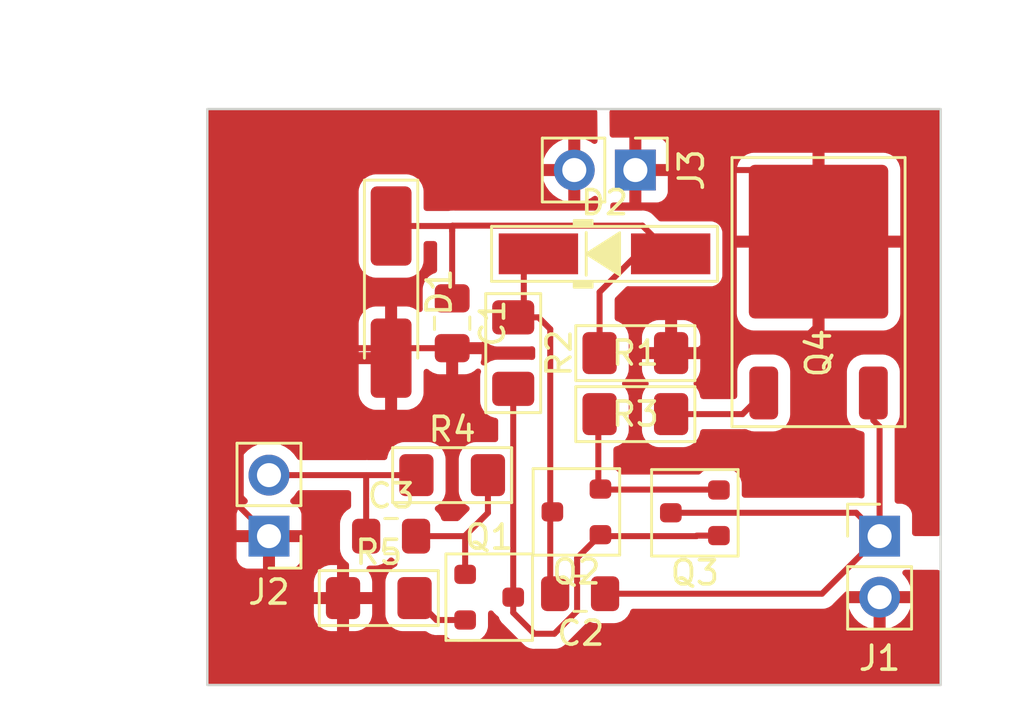
<source format=kicad_pcb>
(kicad_pcb (version 20221018) (generator pcbnew)
  (layers (0 "F.Cu" signal) (31 "B.Cu" signal) (34 "B.Paste" user) (35 "F.Paste" user) (36 "B.SilkS" user "B.Silkscreen") (37 "F.SilkS" user "F.Silkscreen") (38 "B.Mask" user) (39 "F.Mask" user) (44 "Edge.Cuts" user))
  (net 0 "")
  (net 1 "Net-(D1-K)")
  (net 2 "GND")
  (net 3 "Net-(D2-K)")
  (net 4 "Net-(Q3-C)")
  (net 5 "Net-(C3-Pad1)")
  (net 6 "Net-(Q1-B)")
  (net 7 "+24V")
  (net 8 "Net-(Q1-C)")
  (net 9 "Net-(Q4-G)")
  (net 10 "Net-(Q2-E)")
  (net 11 "Net-(Q1-E)")
  (footprint "Connector_PinHeader_2.54mm:PinHeader_1x02_P2.54mm_Vertical" (layer "F.Cu") (at 147.32 96.52 180)
    (fp_text reference "J2" (at 0 -2.33) (layer "F.SilkS"))
    (fp_text value "Controller-IO")
    (fp_line (start -1.33 -1.33) (end 0 -1.33) (stroke (width 0.12)) (layer "F.SilkS"))
    (fp_line (start -1.33 0) (end -1.33 -1.33) (stroke (width 0.12)) (layer "F.SilkS"))
    (fp_line (start -1.33 1.27) (end -1.33 3.87) (stroke (width 0.12)) (layer "F.SilkS"))
    (fp_line (start -1.33 1.27) (end 1.33 1.27) (stroke (width 0.12)) (layer "F.SilkS"))
    (fp_line (start -1.33 3.87) (end 1.33 3.87) (stroke (width 0.12)) (layer "F.SilkS"))
    (fp_line (start 1.33 1.27) (end 1.33 3.87) (stroke (width 0.12)) (layer "F.SilkS"))
    (pad "1" thru_hole rect (at 0 0 180) (size 1.7 1.7) (drill 1) (layers "*.Cu" "*.Mask") (net 2 "GND"))
    (pad "2" thru_hole oval (at 0 2.54 180) (size 1.7 1.7) (drill 1) (layers "*.Cu" "*.Mask") (net 5 "Net-(C3-Pad1)"))
  )
  (footprint "PCM_Resistor_SMD_AKL:R_1206_3216Metric_Pad1.42x1.75mm_HandSolder" (layer "F.Cu") (at 162.56 91.44)
    (fp_text reference "R3" (at 0 0) (layer "F.SilkS"))
    (fp_text value "10R")
    (fp_line (start -2.4765 -1.143) (end -2.4765 1.143) (stroke (width 0.12)) (layer "F.SilkS"))
    (fp_line (start -2.4765 1.143) (end 2.4765 1.143) (stroke (width 0.12)) (layer "F.SilkS"))
    (fp_line (start 2.4765 -1.143) (end -2.4765 -1.143) (stroke (width 0.12)) (layer "F.SilkS"))
    (fp_line (start 2.4765 1.143) (end 2.4765 -1.143) (stroke (width 0.12)) (layer "F.SilkS"))
    (pad "1" smd roundrect (at -1.4875 0) (size 1.425 1.75) (layers "F.Cu" "F.Paste" "F.Mask") (roundrect_rratio 0.175439) (net 10 "Net-(Q2-E)"))
    (pad "2" smd roundrect (at 1.4875 0) (size 1.425 1.75) (layers "F.Cu" "F.Paste" "F.Mask") (roundrect_rratio 0.175439) (net 9 "Net-(Q4-G)"))
  )
  (footprint "Connector_PinHeader_2.54mm:PinHeader_1x02_P2.54mm_Vertical" (layer "F.Cu") (at 172.72 96.52)
    (fp_text reference "J1" (at 0 5.08) (layer "F.SilkS"))
    (fp_text value "Last")
    (fp_line (start -1.33 -1.33) (end 0 -1.33) (stroke (width 0.12)) (layer "F.SilkS"))
    (fp_line (start -1.33 0) (end -1.33 -1.33) (stroke (width 0.12)) (layer "F.SilkS"))
    (fp_line (start -1.33 1.27) (end -1.33 3.87) (stroke (width 0.12)) (layer "F.SilkS"))
    (fp_line (start -1.33 1.27) (end 1.33 1.27) (stroke (width 0.12)) (layer "F.SilkS"))
    (fp_line (start -1.33 3.87) (end 1.33 3.87) (stroke (width 0.12)) (layer "F.SilkS"))
    (fp_line (start 1.33 1.27) (end 1.33 3.87) (stroke (width 0.12)) (layer "F.SilkS"))
    (pad "1" thru_hole rect (at 0 0) (size 1.7 1.7) (drill 1) (layers "*.Cu" "*.Mask") (net 4 "Net-(Q3-C)"))
    (pad "2" thru_hole oval (at 0 2.54) (size 1.7 1.7) (drill 1) (layers "*.Cu" "*.Mask") (net 2 "GND"))
  )
  (footprint "Capacitor_SMD:C_0805_2012Metric_Pad1.18x1.45mm_HandSolder" (layer "F.Cu") (at 160.262258 98.915805)
    (fp_text reference "C2" (at 0.027558 1.642143) (layer "F.SilkS"))
    (fp_text value "100n")
    (fp_line (start -0.261252 -0.735) (end 0.261252 -0.735) (stroke (width 0.12)) (layer "F.SilkS"))
    (fp_line (start -0.261252 0.735) (end 0.261252 0.735) (stroke (width 0.12)) (layer "F.SilkS"))
    (pad "1" smd roundrect (at -1.0375 0) (size 1.175 1.45) (layers "F.Cu" "F.Paste" "F.Mask") (roundrect_rratio 0.212766) (net 3 "Net-(D2-K)"))
    (pad "2" smd roundrect (at 1.0375 0) (size 1.175 1.45) (layers "F.Cu" "F.Paste" "F.Mask") (roundrect_rratio 0.212766) (net 4 "Net-(Q3-C)"))
  )
  (footprint "Diode_SMD:D_MiniMELF_Handsoldering" (layer "F.Cu") (at 152.4 86.36 -90)
    (fp_text reference "D1" (at 0 -2 90) (layer "F.SilkS"))
    (fp_text value "12V")
    (fp_line (start -4.66 -1.11) (end -4.66 1.11) (stroke (width 0.12)) (layer "F.SilkS"))
    (fp_line (start -4.66 1.11) (end 2.75 1.11) (stroke (width 0.12)) (layer "F.SilkS"))
    (fp_line (start 2.75 -1.11) (end -4.66 -1.11) (stroke (width 0.12)) (layer "F.SilkS"))
    (pad "1" smd roundrect (at -2.75 0 270) (size 3.3 1.7) (layers "F.Cu" "F.Paste" "F.Mask") (roundrect_rratio 0.1470588235) (net 1 "Net-(D1-K)"))
    (pad "2" smd roundrect (at 2.75 0 270) (size 3.3 1.7) (layers "F.Cu" "F.Paste" "F.Mask") (roundrect_rratio 0.1470588235) (net 2 "GND"))
  )
  (footprint "PCM_Package_TO_SOT_SMD_AKL:SOT-23" (layer "F.Cu") (at 156.48 99.06)
    (fp_text reference "Q1" (at 0 -2.5) (layer "F.SilkS"))
    (fp_text value "BC846" hide)
    (fp_line (start -1.8 -1.8) (end -1.8 1.8) (stroke (width 0.12)) (layer "F.SilkS"))
    (fp_line (start -1.8 1.8) (end 1.8 1.8) (stroke (width 0.12)) (layer "F.SilkS"))
    (fp_line (start 1.8 -1.8) (end -1.8 -1.8) (stroke (width 0.12)) (layer "F.SilkS"))
    (fp_line (start 1.8 1.8) (end 1.8 -1.8) (stroke (width 0.12)) (layer "F.SilkS"))
    (pad "1" smd roundrect (at -1 -0.95) (size 0.9 0.8) (layers "F.Cu" "F.Paste" "F.Mask") (net 6 "Net-(Q1-B)"))
    (pad "2" smd roundrect (at -1 0.95) (size 0.9 0.8) (layers "F.Cu" "F.Paste" "F.Mask") (net 11 "Net-(Q1-E)"))
    (pad "3" smd roundrect (at 1 0) (size 0.9 0.8) (layers "F.Cu" "F.Paste" "F.Mask") (net 8 "Net-(Q1-C)"))
  )
  (footprint "PCM_Diode_SMD_AKL:D_MiniMELF_Handsoldering" (layer "F.Cu") (at 161.278191 84.76901)
    (fp_text reference "D2" (at 0 -2.131) (layer "F.SilkS"))
    (fp_text value "LL4148")
    (fp_line (start -4.699 -1.143) (end -4.699 1.143) (stroke (width 0.12)) (layer "F.SilkS"))
    (fp_line (start -4.699 1.143) (end 4.699 1.143) (stroke (width 0.12)) (layer "F.SilkS"))
    (fp_line (start -0.762 -0.889) (end -0.762 0.889) (stroke (width 0.12)) (layer "F.SilkS"))
    (fp_line (start 4.699 -1.143) (end -4.699 -1.143) (stroke (width 0.12)) (layer "F.SilkS"))
    (fp_line (start 4.699 1.143) (end 4.699 -1.143) (stroke (width 0.12)) (layer "F.SilkS"))
    (fp_poly (pts (xy 0.635 0.889) (xy -0.762 0) (xy 0.635 -0.889)) (stroke (width 0.1)) (fill solid) (layer "F.SilkS"))
    (fp_poly (pts (xy -0.508 -1.143) (xy -1.27 -1.143) (xy -1.27 -1.397) (xy -0.508 -1.397)) (stroke (width 0.1)) (fill solid) (layer "F.SilkS"))
    (fp_poly (pts (xy -0.508 1.397) (xy -1.27 1.397) (xy -1.27 1.143) (xy -0.508 1.143)) (stroke (width 0.1)) (fill solid) (layer "F.SilkS"))
    (pad "1" smd rect (at -2.75 0) (size 3.3 1.7) (layers "F.Cu" "F.Paste" "F.Mask") (net 3 "Net-(D2-K)"))
    (pad "2" smd rect (at 2.75 0) (size 3.3 1.7) (layers "F.Cu" "F.Paste" "F.Mask") (net 1 "Net-(D1-K)"))
  )
  (footprint "PCM_Package_TO_SOT_SMD_AKL:SOT-23" (layer "F.Cu") (at 165.035587 95.547371 180)
    (fp_text reference "Q3" (at 0 -2.5) (layer "F.SilkS"))
    (fp_text value "BC856" hide)
    (fp_line (start -1.8 -1.8) (end -1.8 1.8) (stroke (width 0.12)) (layer "F.SilkS"))
    (fp_line (start -1.8 1.8) (end 1.8 1.8) (stroke (width 0.12)) (layer "F.SilkS"))
    (fp_line (start 1.8 -1.8) (end -1.8 -1.8) (stroke (width 0.12)) (layer "F.SilkS"))
    (fp_line (start 1.8 1.8) (end 1.8 -1.8) (stroke (width 0.12)) (layer "F.SilkS"))
    (pad "1" smd roundrect (at -1 -0.95 180) (size 0.9 0.8) (layers "F.Cu" "F.Paste" "F.Mask") (net 8 "Net-(Q1-C)"))
    (pad "2" smd roundrect (at -1 0.95 180) (size 0.9 0.8) (layers "F.Cu" "F.Paste" "F.Mask") (net 10 "Net-(Q2-E)"))
    (pad "3" smd roundrect (at 1 0 180) (size 0.9 0.8) (layers "F.Cu" "F.Paste" "F.Mask") (net 4 "Net-(Q3-C)"))
  )
  (footprint "Capacitor_SMD:C_0805_2012Metric_Pad1.18x1.45mm_HandSolder" (layer "F.Cu") (at 152.4 96.52)
    (fp_text reference "C3" (at 0 -1.68) (layer "F.SilkS"))
    (fp_text value "220p")
    (fp_line (start -0.261252 -0.735) (end 0.261252 -0.735) (stroke (width 0.12)) (layer "F.SilkS"))
    (fp_line (start -0.261252 0.735) (end 0.261252 0.735) (stroke (width 0.12)) (layer "F.SilkS"))
    (pad "1" smd roundrect (at -1.0375 0) (size 1.175 1.45) (layers "F.Cu" "F.Paste" "F.Mask") (roundrect_rratio 0.212766) (net 5 "Net-(C3-Pad1)"))
    (pad "2" smd roundrect (at 1.0375 0) (size 1.175 1.45) (layers "F.Cu" "F.Paste" "F.Mask") (roundrect_rratio 0.212766) (net 6 "Net-(Q1-B)"))
  )
  (footprint "PCM_Package_TO_SOT_SMD_AKL:TO-252-2" (layer "F.Cu") (at 170.18 86.36 90)
    (fp_text reference "Q4" (at -2.54 0 90) (layer "F.SilkS"))
    (fp_text value "IRFR120N" hide)
    (fp_line (start -5.6 -3.6) (end -5.6 3.6) (stroke (width 0.12)) (layer "F.SilkS"))
    (fp_line (start -5.6 3.6) (end 5.6 3.6) (stroke (width 0.12)) (layer "F.SilkS"))
    (fp_line (start 5.6 -3.6) (end -5.6 -3.6) (stroke (width 0.12)) (layer "F.SilkS"))
    (fp_line (start 5.6 3.6) (end 5.6 -3.6) (stroke (width 0.12)) (layer "F.SilkS"))
    (pad "1" smd roundrect (at -4.2 -2.28 90) (size 2.2 1.2) (layers "F.Cu" "F.Paste" "F.Mask") (roundrect_rratio 0.2083333333) (net 9 "Net-(Q4-G)"))
    (pad "2" smd roundrect (at 2.1 0 90) (size 6.4 5.8) (layers "F.Cu" "F.Mask") (roundrect_rratio 0.04310344828) (net 7 "+24V"))
    (pad "3" smd roundrect (at -4.2 2.28 90) (size 2.2 1.2) (layers "F.Cu" "F.Paste" "F.Mask") (roundrect_rratio 0.2083333333) (net 4 "Net-(Q3-C)"))
  )
  (footprint "PCM_Resistor_SMD_AKL:R_1206_3216Metric_Pad1.42x1.75mm_HandSolder" (layer "F.Cu") (at 151.887813 99.097681)
    (fp_text reference "R5" (at 0 -1.905) (layer "F.SilkS"))
    (fp_text value "100R")
    (fp_line (start -2.4765 -1.143) (end -2.4765 1.143) (stroke (width 0.12)) (layer "F.SilkS"))
    (fp_line (start -2.4765 1.143) (end 2.4765 1.143) (stroke (width 0.12)) (layer "F.SilkS"))
    (fp_line (start 2.4765 -1.143) (end -2.4765 -1.143) (stroke (width 0.12)) (layer "F.SilkS"))
    (fp_line (start 2.4765 1.143) (end 2.4765 -1.143) (stroke (width 0.12)) (layer "F.SilkS"))
    (pad "1" smd roundrect (at -1.4875 0) (size 1.425 1.75) (layers "F.Cu" "F.Paste" "F.Mask") (roundrect_rratio 0.175439) (net 2 "GND"))
    (pad "2" smd roundrect (at 1.4875 0) (size 1.425 1.75) (layers "F.Cu" "F.Paste" "F.Mask") (roundrect_rratio 0.175439) (net 11 "Net-(Q1-E)"))
  )
  (footprint "PCM_Package_TO_SOT_SMD_AKL:SOT-23" (layer "F.Cu") (at 160.108271 95.509582 180)
    (fp_text reference "Q2" (at 0 -2.5) (layer "F.SilkS"))
    (fp_text value "BC846" hide)
    (fp_line (start -1.8 -1.8) (end -1.8 1.8) (stroke (width 0.12)) (layer "F.SilkS"))
    (fp_line (start -1.8 1.8) (end 1.8 1.8) (stroke (width 0.12)) (layer "F.SilkS"))
    (fp_line (start 1.8 -1.8) (end -1.8 -1.8) (stroke (width 0.12)) (layer "F.SilkS"))
    (fp_line (start 1.8 1.8) (end 1.8 -1.8) (stroke (width 0.12)) (layer "F.SilkS"))
    (pad "1" smd roundrect (at -1 -0.95 180) (size 0.9 0.8) (layers "F.Cu" "F.Paste" "F.Mask") (net 8 "Net-(Q1-C)"))
    (pad "2" smd roundrect (at -1 0.95 180) (size 0.9 0.8) (layers "F.Cu" "F.Paste" "F.Mask") (net 10 "Net-(Q2-E)"))
    (pad "3" smd roundrect (at 1 0 180) (size 0.9 0.8) (layers "F.Cu" "F.Paste" "F.Mask") (net 3 "Net-(D2-K)"))
  )
  (footprint "PCM_Resistor_SMD_AKL:R_1206_3216Metric_Pad1.42x1.75mm_HandSolder" (layer "F.Cu") (at 162.56 88.9 180)
    (fp_text reference "R1" (at 0 0) (layer "F.SilkS"))
    (fp_text value "2k2")
    (fp_line (start -2.4765 -1.143) (end -2.4765 1.143) (stroke (width 0.12)) (layer "F.SilkS"))
    (fp_line (start -2.4765 1.143) (end 2.4765 1.143) (stroke (width 0.12)) (layer "F.SilkS"))
    (fp_line (start 2.4765 -1.143) (end -2.4765 -1.143) (stroke (width 0.12)) (layer "F.SilkS"))
    (fp_line (start 2.4765 1.143) (end 2.4765 -1.143) (stroke (width 0.12)) (layer "F.SilkS"))
    (pad "1" smd roundrect (at -1.4875 0 180) (size 1.425 1.75) (layers "F.Cu" "F.Paste" "F.Mask") (roundrect_rratio 0.175439) (net 7 "+24V"))
    (pad "2" smd roundrect (at 1.4875 0 180) (size 1.425 1.75) (layers "F.Cu" "F.Paste" "F.Mask") (roundrect_rratio 0.175439) (net 1 "Net-(D1-K)"))
  )
  (footprint "Connector_PinHeader_2.54mm:PinHeader_1x02_P2.54mm_Vertical" (layer "F.Cu") (at 162.56 81.28 -90)
    (fp_text reference "J3" (at 0 -2.33 90) (layer "F.SilkS"))
    (fp_text value "24V Versorgung")
    (fp_line (start -1.33 -1.33) (end 0 -1.33) (stroke (width 0.12)) (layer "F.SilkS"))
    (fp_line (start -1.33 0) (end -1.33 -1.33) (stroke (width 0.12)) (layer "F.SilkS"))
    (fp_line (start -1.33 1.27) (end -1.33 3.87) (stroke (width 0.12)) (layer "F.SilkS"))
    (fp_line (start -1.33 1.27) (end 1.33 1.27) (stroke (width 0.12)) (layer "F.SilkS"))
    (fp_line (start -1.33 3.87) (end 1.33 3.87) (stroke (width 0.12)) (layer "F.SilkS"))
    (fp_line (start 1.33 1.27) (end 1.33 3.87) (stroke (width 0.12)) (layer "F.SilkS"))
    (pad "1" thru_hole rect (at 0 0 270) (size 1.7 1.7) (drill 1) (layers "*.Cu" "*.Mask") (net 7 "+24V"))
    (pad "2" thru_hole oval (at 0 2.54 270) (size 1.7 1.7) (drill 1) (layers "*.Cu" "*.Mask") (net 2 "GND"))
  )
  (footprint "PCM_Resistor_SMD_AKL:R_1206_3216Metric_Pad1.42x1.75mm_HandSolder" (layer "F.Cu") (at 157.48 88.9 -90)
    (fp_text reference "R2" (at 0 -1.905 90) (layer "F.SilkS"))
    (fp_text value "2k2")
    (fp_line (start -2.4765 -1.143) (end -2.4765 1.143) (stroke (width 0.12)) (layer "F.SilkS"))
    (fp_line (start -2.4765 1.143) (end 2.4765 1.143) (stroke (width 0.12)) (layer "F.SilkS"))
    (fp_line (start 2.4765 -1.143) (end -2.4765 -1.143) (stroke (width 0.12)) (layer "F.SilkS"))
    (fp_line (start 2.4765 1.143) (end 2.4765 -1.143) (stroke (width 0.12)) (layer "F.SilkS"))
    (pad "1" smd roundrect (at -1.4875 0 270) (size 1.425 1.75) (layers "F.Cu" "F.Paste" "F.Mask") (roundrect_rratio 0.175439) (net 3 "Net-(D2-K)"))
    (pad "2" smd roundrect (at 1.4875 0 270) (size 1.425 1.75) (layers "F.Cu" "F.Paste" "F.Mask") (roundrect_rratio 0.175439) (net 8 "Net-(Q1-C)"))
  )
  (footprint "PCM_Resistor_SMD_AKL:R_1206_3216Metric_Pad1.42x1.75mm_HandSolder" (layer "F.Cu") (at 154.94 93.98)
    (fp_text reference "R4" (at 0 -1.905) (layer "F.SilkS"))
    (fp_text value "2k2")
    (fp_line (start -2.4765 -1.143) (end -2.4765 1.143) (stroke (width 0.12)) (layer "F.SilkS"))
    (fp_line (start -2.4765 1.143) (end 2.4765 1.143) (stroke (width 0.12)) (layer "F.SilkS"))
    (fp_line (start 2.4765 -1.143) (end -2.4765 -1.143) (stroke (width 0.12)) (layer "F.SilkS"))
    (fp_line (start 2.4765 1.143) (end 2.4765 -1.143) (stroke (width 0.12)) (layer "F.SilkS"))
    (pad "1" smd roundrect (at -1.4875 0) (size 1.425 1.75) (layers "F.Cu" "F.Paste" "F.Mask") (roundrect_rratio 0.175439) (net 5 "Net-(C3-Pad1)"))
    (pad "2" smd roundrect (at 1.4875 0) (size 1.425 1.75) (layers "F.Cu" "F.Paste" "F.Mask") (roundrect_rratio 0.175439) (net 6 "Net-(Q1-B)"))
  )
  (footprint "Capacitor_SMD:C_0805_2012Metric_Pad1.18x1.45mm_HandSolder" (layer "F.Cu") (at 154.94 87.657912 -90)
    (fp_text reference "C1" (at 0 -1.68 90) (layer "F.SilkS"))
    (fp_text value "100n")
    (fp_line (start -0.261252 -0.735) (end 0.261252 -0.735) (stroke (width 0.12)) (layer "F.SilkS"))
    (fp_line (start -0.261252 0.735) (end 0.261252 0.735) (stroke (width 0.12)) (layer "F.SilkS"))
    (pad "1" smd roundrect (at -1.0375 0 270) (size 1.175 1.45) (layers "F.Cu" "F.Paste" "F.Mask") (roundrect_rratio 0.212766) (net 1 "Net-(D1-K)"))
    (pad "2" smd roundrect (at 1.0375 0 270) (size 1.175 1.45) (layers "F.Cu" "F.Paste" "F.Mask") (roundrect_rratio 0.212766) (net 2 "GND"))
  )
  (gr_rect (start 144.755576 78.74) (end 175.26 102.716134) (stroke (width 0.1)) (fill none) (layer "Edge.Cuts"))
  (segment (start 154.94 86.620412) (end 154.94 83.61) (width 0.25) (layer "F.Cu") (net 1))
  (segment (start 154.94 83.61) (end 154.95599 83.59401) (width 0.25) (layer "F.Cu") (net 1))
  (segment (start 154.95599 83.59401) (end 162.853191 83.59401) (width 0.25) (layer "F.Cu") (net 1))
  (segment (start 162.853191 83.59401) (end 164.028191 84.76901) (width 0.25) (layer "F.Cu") (net 1))
  (segment (start 154.94 83.82) (end 154.94 83.61) (width 0.25) (layer "F.Cu") (net 1))
  (segment (start 162.66349 84.76901) (end 161.0725 86.36) (width 0.25) (layer "F.Cu") (net 1))
  (segment (start 164.028191 84.76901) (end 162.66349 84.76901) (width 0.25) (layer "F.Cu") (net 1))
  (segment (start 161.0725 86.36) (end 161.0725 88.9) (width 0.25) (layer "F.Cu") (net 1))
  (segment (start 154.94 83.61) (end 152.4 83.61) (width 0.25) (layer "F.Cu") (net 1))
  (segment (start 147.32 96.52) (end 146.145 95.345) (width 0.25) (layer "F.Cu") (net 2))
  (segment (start 147.693324 101.973324) (end 147.77 102.05) (width 0.25) (layer "F.Cu") (net 2))
  (segment (start 147.32 101.6) (end 147.693324 101.973324) (width 0.25) (layer "F.Cu") (net 2))
  (segment (start 147.32 96.52) (end 147.32 101.6) (width 0.25) (layer "F.Cu") (net 2))
  (segment (start 146.145 84.74995) (end 149.61495 81.28) (width 0.25) (layer "F.Cu") (net 2))
  (segment (start 146.145 88.695412) (end 154.94 88.695412) (width 0.25) (layer "F.Cu") (net 2))
  (segment (start 149.61495 81.28) (end 160.02 81.28) (width 0.25) (layer "F.Cu") (net 2))
  (segment (start 171.856551 102.05) (end 172.72 101.186551) (width 0.25) (layer "F.Cu") (net 2))
  (segment (start 147.77 102.05) (end 171.856551 102.05) (width 0.25) (layer "F.Cu") (net 2))
  (segment (start 150.320549 88.695412) (end 154.94 88.695412) (width 0.25) (layer "F.Cu") (net 2))
  (segment (start 150.400313 101.973324) (end 147.693324 101.973324) (width 0.25) (layer "F.Cu") (net 2))
  (segment (start 172.72 101.186551) (end 172.72 99.06) (width 0.25) (layer "F.Cu") (net 2))
  (segment (start 150.400313 99.097681) (end 150.400313 101.973324) (width 0.25) (layer "F.Cu") (net 2))
  (segment (start 146.145 95.345) (end 146.145 84.74995) (width 0.25) (layer "F.Cu") (net 2))
  (segment (start 157.919828 85.377373) (end 157.919828 86.972672) (width 0.25) (layer "F.Cu") (net 3))
  (segment (start 157.919828 86.972672) (end 157.48 87.4125) (width 0.25) (layer "F.Cu") (net 3))
  (segment (start 159.02 95.421311) (end 159.02 87.9) (width 0.25) (layer "F.Cu") (net 3))
  (segment (start 159.02 95.597853) (end 159.02 98.711047) (width 0.25) (layer "F.Cu") (net 3))
  (segment (start 159.108271 95.509582) (end 159.02 95.597853) (width 0.25) (layer "F.Cu") (net 3))
  (segment (start 158.5325 87.4125) (end 157.48 87.4125) (width 0.25) (layer "F.Cu") (net 3))
  (segment (start 159.108271 95.509582) (end 159.02 95.421311) (width 0.25) (layer "F.Cu") (net 3))
  (segment (start 159.02 87.9) (end 158.5325 87.4125) (width 0.25) (layer "F.Cu") (net 3))
  (segment (start 159.02 98.711047) (end 159.224758 98.915805) (width 0.25) (layer "F.Cu") (net 3))
  (segment (start 158.528191 84.76901) (end 157.919828 85.377373) (width 0.25) (layer "F.Cu") (net 3))
  (segment (start 172.46 90.56) (end 172.46 91.7) (width 0.25) (layer "F.Cu") (net 4))
  (segment (start 170.324195 98.915805) (end 172.72 96.52) (width 0.25) (layer "F.Cu") (net 4))
  (segment (start 164.035587 95.547371) (end 171.747371 95.547371) (width 0.25) (layer "F.Cu") (net 4))
  (segment (start 161.299758 98.915805) (end 170.324195 98.915805) (width 0.25) (layer "F.Cu") (net 4))
  (segment (start 172.46 91.7) (end 172.72 91.96) (width 0.25) (layer "F.Cu") (net 4))
  (segment (start 171.747371 95.547371) (end 172.72 96.52) (width 0.25) (layer "F.Cu") (net 4))
  (segment (start 172.72 91.96) (end 172.72 96.52) (width 0.25) (layer "F.Cu") (net 4))
  (segment (start 151.3625 93.98) (end 147.32 93.98) (width 0.25) (layer "F.Cu") (net 5))
  (segment (start 153.4525 93.98) (end 151.3625 93.98) (width 0.25) (layer "F.Cu") (net 5))
  (segment (start 151.3625 96.52) (end 151.3625 93.98) (width 0.25) (layer "F.Cu") (net 5))
  (segment (start 156.4275 93.98) (end 156.4275 95.55125) (width 0.25) (layer "F.Cu") (net 6))
  (segment (start 155.45875 96.52) (end 153.4375 96.52) (width 0.25) (layer "F.Cu") (net 6))
  (segment (start 155.48 96.54125) (end 155.48 98.11) (width 0.25) (layer "F.Cu") (net 6))
  (segment (start 155.45875 96.52) (end 155.48 96.54125) (width 0.25) (layer "F.Cu") (net 6))
  (segment (start 156.4275 95.55125) (end 155.45875 96.52) (width 0.25) (layer "F.Cu") (net 6))
  (segment (start 170.18 87.697632) (end 170.18 84.26) (width 0.25) (layer "F.Cu") (net 7))
  (segment (start 164.0475 88.9) (end 165.1 88.9) (width 0.25) (layer "F.Cu") (net 7))
  (segment (start 165.1 88.9) (end 165.538006 88.461994) (width 0.25) (layer "F.Cu") (net 7))
  (segment (start 165.538006 88.461994) (end 169.415638 88.461994) (width 0.25) (layer "F.Cu") (net 7))
  (segment (start 168.6 81.28) (end 170.18 82.86) (width 0.25) (layer "F.Cu") (net 7))
  (segment (start 169.415638 88.461994) (end 170.18 87.697632) (width 0.25) (layer "F.Cu") (net 7))
  (segment (start 162.56 81.28) (end 168.6 81.28) (width 0.25) (layer "F.Cu") (net 7))
  (segment (start 170.18 82.86) (end 170.18 84.26) (width 0.25) (layer "F.Cu") (net 7))
  (segment (start 160.137258 99.635905) (end 160.137258 97.430595) (width 0.25) (layer "F.Cu") (net 8))
  (segment (start 165.1 96.52) (end 161.168689 96.52) (width 0.25) (layer "F.Cu") (net 8))
  (segment (start 158.357137 100.582604) (end 159.190559 100.582604) (width 0.25) (layer "F.Cu") (net 8))
  (segment (start 157.48 99.06) (end 157.48 99.705467) (width 0.25) (layer "F.Cu") (net 8))
  (segment (start 165.122629 96.497371) (end 165.1 96.52) (width 0.25) (layer "F.Cu") (net 8))
  (segment (start 157.48 99.705467) (end 158.357137 100.582604) (width 0.25) (layer "F.Cu") (net 8))
  (segment (start 157.48 99.06) (end 157.48 90.3875) (width 0.25) (layer "F.Cu") (net 8))
  (segment (start 159.190559 100.582604) (end 160.137258 99.635905) (width 0.25) (layer "F.Cu") (net 8))
  (segment (start 160.137258 97.430595) (end 161.108271 96.459582) (width 0.25) (layer "F.Cu") (net 8))
  (segment (start 166.035587 96.497371) (end 165.122629 96.497371) (width 0.25) (layer "F.Cu") (net 8))
  (segment (start 161.168689 96.52) (end 161.108271 96.459582) (width 0.25) (layer "F.Cu") (net 8))
  (segment (start 164.0475 91.44) (end 167.02 91.44) (width 0.25) (layer "F.Cu") (net 9))
  (segment (start 167.02 91.44) (end 167.9 90.56) (width 0.25) (layer "F.Cu") (net 9))
  (segment (start 161.129872 94.581183) (end 166.019399 94.581183) (width 0.25) (layer "F.Cu") (net 10))
  (segment (start 161.02 91.4925) (end 161.0725 91.44) (width 0.25) (layer "F.Cu") (net 10))
  (segment (start 166.019399 94.581183) (end 166.035587 94.597371) (width 0.25) (layer "F.Cu") (net 10))
  (segment (start 161.02 94.471311) (end 161.02 91.4925) (width 0.25) (layer "F.Cu") (net 10))
  (segment (start 161.108271 94.559582) (end 161.129872 94.581183) (width 0.25) (layer "F.Cu") (net 10))
  (segment (start 161.108271 94.559582) (end 161.02 94.471311) (width 0.25) (layer "F.Cu") (net 10))
  (segment (start 154.287632 100.01) (end 155.48 100.01) (width 0.25) (layer "F.Cu") (net 11))
  (segment (start 153.375313 99.097681) (end 154.287632 100.01) (width 0.25) (layer "F.Cu") (net 11))
  (zone (net 7) (net_name "+24V") (layer "F.Cu") (connect_pads (clearance 0.5)) (min_thickness 0.25) (fill yes (thermal_gap 0.5) (thermal_bridge_width 0.5))
    (polygon (pts (xy 175.26 96.52) (xy 175.26 78.74) (xy 160.02 78.74) (xy 161.127679 96.482544)))
  )
  (zone (net 2) (net_name "GND") (layer "F.Cu") (priority 1) (connect_pads (clearance 0.5)) (min_thickness 0.25) (fill yes (thermal_gap 0.5) (thermal_bridge_width 0.5))
    (polygon (pts (xy 144.78 104.14) (xy 175.26 104.14) (xy 175.27584 97.92204) (xy 161.143519 97.884584) (xy 160.976596 78.74) (xy 144.78 78.74)))
  )
)
</source>
